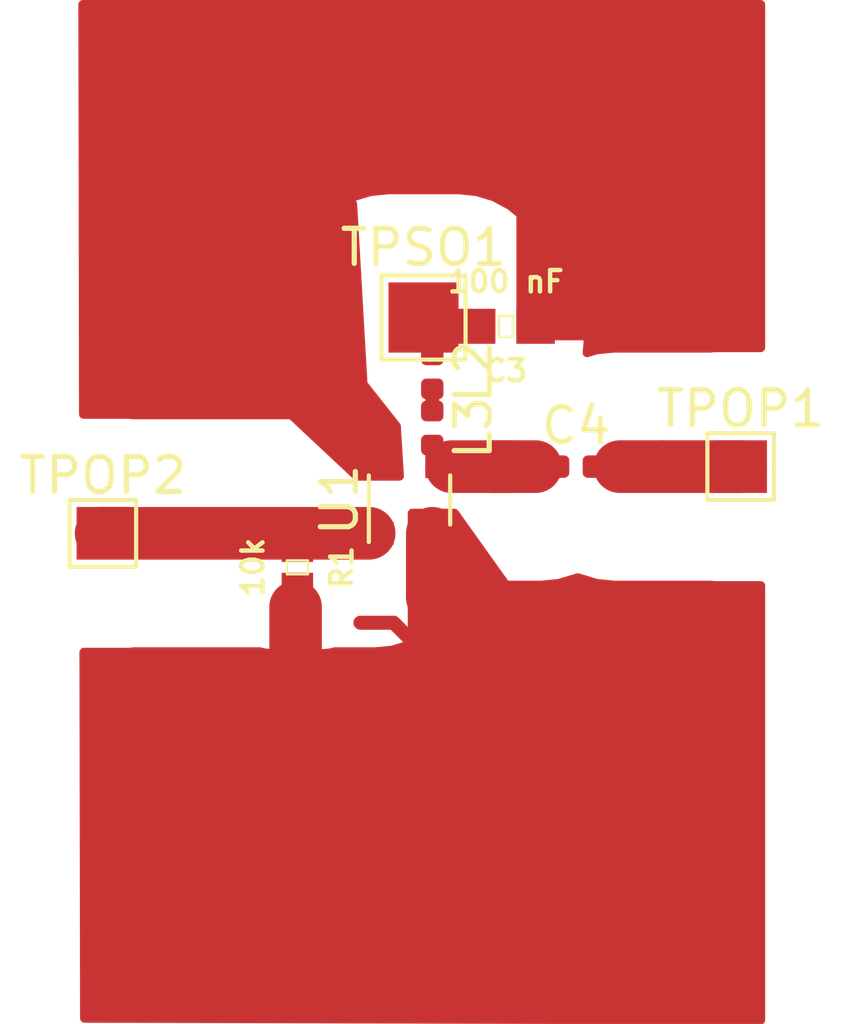
<source format=kicad_pcb>
(kicad_pcb (version 20171130) (host pcbnew 5.1.5+dfsg1-2~bpo9+1)

  (general
    (thickness 1.6)
    (drawings 0)
    (tracks 23)
    (zones 0)
    (modules 9)
    (nets 7)
  )

  (page A4)
  (layers
    (0 F.Cu signal)
    (31 B.Cu signal)
    (32 B.Adhes user)
    (33 F.Adhes user)
    (34 B.Paste user)
    (35 F.Paste user)
    (36 B.SilkS user)
    (37 F.SilkS user)
    (38 B.Mask user)
    (39 F.Mask user)
    (40 Dwgs.User user)
    (41 Cmts.User user)
    (42 Eco1.User user)
    (43 Eco2.User user)
    (44 Edge.Cuts user)
    (45 Margin user)
    (46 B.CrtYd user)
    (47 F.CrtYd user)
    (48 B.Fab user)
    (49 F.Fab user)
  )

  (setup
    (last_trace_width 1.5)
    (user_trace_width 0.4)
    (user_trace_width 1.5)
    (trace_clearance 0.2)
    (zone_clearance 2.5)
    (zone_45_only no)
    (trace_min 0.2)
    (via_size 0.8)
    (via_drill 0.4)
    (via_min_size 0.4)
    (via_min_drill 0.3)
    (uvia_size 0.3)
    (uvia_drill 0.1)
    (uvias_allowed no)
    (uvia_min_size 0.2)
    (uvia_min_drill 0.1)
    (edge_width 0.05)
    (segment_width 0.2)
    (pcb_text_width 0.3)
    (pcb_text_size 1.5 1.5)
    (mod_edge_width 0.12)
    (mod_text_size 1 1)
    (mod_text_width 0.15)
    (pad_size 1.524 1.524)
    (pad_drill 0.762)
    (pad_to_mask_clearance 0.051)
    (solder_mask_min_width 0.25)
    (aux_axis_origin 141 91.3)
    (grid_origin 141 91.3)
    (visible_elements FFFFFF7F)
    (pcbplotparams
      (layerselection 0x00000_7fffffff)
      (usegerberextensions false)
      (usegerberattributes false)
      (usegerberadvancedattributes false)
      (creategerberjobfile false)
      (excludeedgelayer true)
      (linewidth 0.020000)
      (plotframeref false)
      (viasonmask false)
      (mode 1)
      (useauxorigin true)
      (hpglpennumber 1)
      (hpglpenspeed 20)
      (hpglpendiameter 15.000000)
      (psnegative false)
      (psa4output false)
      (plotreference true)
      (plotvalue true)
      (plotinvisibletext false)
      (padsonsilk false)
      (subtractmaskfromsilk false)
      (outputformat 1)
      (mirror false)
      (drillshape 0)
      (scaleselection 1)
      (outputdirectory ""))
  )

  (net 0 "")
  (net 1 nsource)
  (net 2 GND)
  (net 3 "Net-(C4-Pad2)")
  (net 4 "Net-(C4-Pad1)")
  (net 5 "Net-(L2-Pad2)")
  (net 6 "Net-(R1-Pad1)")

  (net_class Default "This is the default net class."
    (clearance 0.2)
    (trace_width 0.25)
    (via_dia 0.8)
    (via_drill 0.4)
    (uvia_dia 0.3)
    (uvia_drill 0.1)
    (add_net GND)
    (add_net "Net-(C4-Pad1)")
    (add_net "Net-(C4-Pad2)")
    (add_net "Net-(L2-Pad2)")
    (add_net "Net-(R1-Pad1)")
    (add_net nsource)
  )

  (module TestPoint:TestPoint_Pad_1.5x1.5mm (layer F.Cu) (tedit 5A0F774F) (tstamp 5F303179)
    (at 141.6 106.5)
    (descr "SMD rectangular pad as test Point, square 1.5mm side length")
    (tags "test point SMD pad rectangle square")
    (path /5F97D0D2)
    (attr virtual)
    (fp_text reference TPOP2 (at 0 -1.648) (layer F.SilkS)
      (effects (font (size 1 1) (thickness 0.15)))
    )
    (fp_text value Voutput (at 0 1.75) (layer F.Fab)
      (effects (font (size 1 1) (thickness 0.15)))
    )
    (fp_line (start 1.25 1.25) (end -1.25 1.25) (layer F.CrtYd) (width 0.05))
    (fp_line (start 1.25 1.25) (end 1.25 -1.25) (layer F.CrtYd) (width 0.05))
    (fp_line (start -1.25 -1.25) (end -1.25 1.25) (layer F.CrtYd) (width 0.05))
    (fp_line (start -1.25 -1.25) (end 1.25 -1.25) (layer F.CrtYd) (width 0.05))
    (fp_line (start -0.95 0.95) (end -0.95 -0.95) (layer F.SilkS) (width 0.12))
    (fp_line (start 0.95 0.95) (end -0.95 0.95) (layer F.SilkS) (width 0.12))
    (fp_line (start 0.95 -0.95) (end 0.95 0.95) (layer F.SilkS) (width 0.12))
    (fp_line (start -0.95 -0.95) (end 0.95 -0.95) (layer F.SilkS) (width 0.12))
    (fp_text user %R (at 0 -1.65) (layer F.Fab)
      (effects (font (size 1 1) (thickness 0.15)))
    )
    (pad 1 smd rect (at 0 0) (size 1.5 1.5) (layers F.Cu F.Mask)
      (net 6 "Net-(R1-Pad1)"))
  )

  (module Capacitors:0402 (layer F.Cu) (tedit 200000) (tstamp 5F2E2EB5)
    (at 147.15 107.47088 270)
    (descr "GENERIC 1005 (0402) PACKAGE")
    (tags "GENERIC 1005 (0402) PACKAGE")
    (path /5F960EE5)
    (attr smd)
    (fp_text reference R1 (at 0 -1.27 90) (layer F.SilkS)
      (effects (font (size 0.6096 0.6096) (thickness 0.127)))
    )
    (fp_text value 10k (at 0 1.27 90) (layer F.SilkS)
      (effects (font (size 0.6096 0.6096) (thickness 0.127)))
    )
    (fp_line (start -1.19888 0.6477) (end -1.19888 -0.6477) (layer F.CrtYd) (width 0.0508))
    (fp_line (start 1.19888 0.6477) (end -1.19888 0.6477) (layer F.CrtYd) (width 0.0508))
    (fp_line (start 1.19888 -0.6477) (end 1.19888 0.6477) (layer F.CrtYd) (width 0.0508))
    (fp_line (start -1.19888 -0.6477) (end 1.19888 -0.6477) (layer F.CrtYd) (width 0.0508))
    (fp_line (start 0.26924 0.2286) (end -0.26924 0.2286) (layer Dwgs.User) (width 0.1524))
    (fp_line (start -0.26924 -0.2286) (end 0.26924 -0.2286) (layer Dwgs.User) (width 0.1524))
    (fp_line (start -0.19812 0.29972) (end -0.19812 -0.29972) (layer F.SilkS) (width 0.06604))
    (fp_line (start -0.19812 -0.29972) (end 0.19812 -0.29972) (layer F.SilkS) (width 0.06604))
    (fp_line (start 0.19812 0.29972) (end 0.19812 -0.29972) (layer F.SilkS) (width 0.06604))
    (fp_line (start -0.19812 0.29972) (end 0.19812 0.29972) (layer F.SilkS) (width 0.06604))
    (fp_line (start 0.25654 0.3048) (end 0.25654 -0.3048) (layer Dwgs.User) (width 0.06604))
    (fp_line (start 0.25654 -0.3048) (end 0.5588 -0.3048) (layer Dwgs.User) (width 0.06604))
    (fp_line (start 0.5588 0.3048) (end 0.5588 -0.3048) (layer Dwgs.User) (width 0.06604))
    (fp_line (start 0.25654 0.3048) (end 0.5588 0.3048) (layer Dwgs.User) (width 0.06604))
    (fp_line (start -0.55372 0.3048) (end -0.55372 -0.3048) (layer Dwgs.User) (width 0.06604))
    (fp_line (start -0.55372 -0.3048) (end -0.254 -0.3048) (layer Dwgs.User) (width 0.06604))
    (fp_line (start -0.254 0.3048) (end -0.254 -0.3048) (layer Dwgs.User) (width 0.06604))
    (fp_line (start -0.55372 0.3048) (end -0.254 0.3048) (layer Dwgs.User) (width 0.06604))
    (pad 2 smd rect (at 0.57912 0 270) (size 0.84836 0.89916) (layers F.Cu F.Paste F.Mask)
      (net 2 GND) (solder_mask_margin 0.1016))
    (pad 1 smd rect (at -0.57912 0 270) (size 0.84836 0.89916) (layers F.Cu F.Paste F.Mask)
      (net 6 "Net-(R1-Pad1)") (solder_mask_margin 0.1016))
  )

  (module Capacitors:0603 (layer F.Cu) (tedit 596180EF) (tstamp 5F2E2E55)
    (at 153.1 100.6 180)
    (descr "GENERIC 1608 (0603) PACKAGE")
    (tags "GENERIC 1608 (0603) PACKAGE")
    (path /5EE4533B)
    (attr smd)
    (fp_text reference C3 (at 0 -1.27) (layer F.SilkS)
      (effects (font (size 0.6096 0.6096) (thickness 0.127)))
    )
    (fp_text value "100 nF" (at 0 1.27) (layer F.SilkS)
      (effects (font (size 0.6096 0.6096) (thickness 0.127)))
    )
    (fp_line (start -0.3556 0.41656) (end 0.3556 0.41656) (layer Dwgs.User) (width 0.1016))
    (fp_line (start -0.3556 -0.4318) (end 0.3556 -0.4318) (layer Dwgs.User) (width 0.1016))
    (fp_line (start -1.59766 0.6985) (end -1.59766 -0.6985) (layer F.CrtYd) (width 0.0508))
    (fp_line (start 1.59766 0.6985) (end -1.59766 0.6985) (layer F.CrtYd) (width 0.0508))
    (fp_line (start 1.59766 -0.6985) (end 1.59766 0.6985) (layer F.CrtYd) (width 0.0508))
    (fp_line (start -1.59766 -0.6985) (end 1.59766 -0.6985) (layer F.CrtYd) (width 0.0508))
    (fp_line (start -0.19812 0.29972) (end -0.19812 -0.29972) (layer F.SilkS) (width 0.06604))
    (fp_line (start -0.19812 -0.29972) (end 0.19812 -0.29972) (layer F.SilkS) (width 0.06604))
    (fp_line (start 0.19812 0.29972) (end 0.19812 -0.29972) (layer F.SilkS) (width 0.06604))
    (fp_line (start -0.19812 0.29972) (end 0.19812 0.29972) (layer F.SilkS) (width 0.06604))
    (fp_line (start 0.3302 0.4699) (end 0.3302 -0.48006) (layer Dwgs.User) (width 0.06604))
    (fp_line (start 0.3302 -0.48006) (end 0.82804 -0.48006) (layer Dwgs.User) (width 0.06604))
    (fp_line (start 0.82804 0.4699) (end 0.82804 -0.48006) (layer Dwgs.User) (width 0.06604))
    (fp_line (start 0.3302 0.4699) (end 0.82804 0.4699) (layer Dwgs.User) (width 0.06604))
    (fp_line (start -0.8382 0.4699) (end -0.8382 -0.48006) (layer Dwgs.User) (width 0.06604))
    (fp_line (start -0.8382 -0.48006) (end -0.33782 -0.48006) (layer Dwgs.User) (width 0.06604))
    (fp_line (start -0.33782 0.4699) (end -0.33782 -0.48006) (layer Dwgs.User) (width 0.06604))
    (fp_line (start -0.8382 0.4699) (end -0.33782 0.4699) (layer Dwgs.User) (width 0.06604))
    (pad 2 smd rect (at 0.84836 0 180) (size 1.09982 0.99822) (layers F.Cu F.Paste F.Mask)
      (net 1 nsource) (solder_mask_margin 0.1016))
    (pad 1 smd rect (at -0.84836 0 180) (size 1.09982 0.99822) (layers F.Cu F.Paste F.Mask)
      (net 2 GND) (solder_mask_margin 0.1016))
  )

  (module Package_TO_SOT_SMD:SOT-343_SC-70-4 (layer F.Cu) (tedit 5A02FF57) (tstamp 5F2E2EF3)
    (at 150.35 105.55 90)
    (descr "SOT-343, SC-70-4")
    (tags "SOT-343 SC-70-4")
    (path /5EF9F4AC)
    (attr smd)
    (fp_text reference U1 (at 0 -2 90) (layer F.SilkS)
      (effects (font (size 1 1) (thickness 0.15)))
    )
    (fp_text value BFP620 (at 0 2 270) (layer F.Fab)
      (effects (font (size 1 1) (thickness 0.15)))
    )
    (fp_line (start -0.175 -1.1) (end -0.675 -0.6) (layer F.Fab) (width 0.1))
    (fp_line (start 0.675 1.1) (end -0.675 1.1) (layer F.Fab) (width 0.1))
    (fp_line (start 0.675 -1.1) (end 0.675 1.1) (layer F.Fab) (width 0.1))
    (fp_line (start -1.6 1.4) (end 1.6 1.4) (layer F.CrtYd) (width 0.05))
    (fp_line (start -0.675 -0.6) (end -0.675 1.1) (layer F.Fab) (width 0.1))
    (fp_line (start 0.675 -1.1) (end -0.175 -1.1) (layer F.Fab) (width 0.1))
    (fp_line (start -1.6 -1.4) (end 1.6 -1.4) (layer F.CrtYd) (width 0.05))
    (fp_line (start -1.6 -1.4) (end -1.6 1.4) (layer F.CrtYd) (width 0.05))
    (fp_line (start 1.6 1.4) (end 1.6 -1.4) (layer F.CrtYd) (width 0.05))
    (fp_line (start -0.7 1.16) (end 0.7 1.16) (layer F.SilkS) (width 0.12))
    (fp_line (start 0.7 -1.16) (end -1.2 -1.16) (layer F.SilkS) (width 0.12))
    (fp_text user %R (at 0 0) (layer F.Fab)
      (effects (font (size 0.5 0.5) (thickness 0.075)))
    )
    (pad 4 smd rect (at 0.95 -0.65 90) (size 0.65 0.4) (layers F.Cu F.Paste F.Mask)
      (net 2 GND))
    (pad 3 smd rect (at 0.95 0.65 90) (size 0.65 0.4) (layers F.Cu F.Paste F.Mask)
      (net 4 "Net-(C4-Pad1)"))
    (pad 2 smd rect (at -0.95 0.65 90) (size 0.65 0.4) (layers F.Cu F.Paste F.Mask)
      (net 2 GND))
    (pad 1 smd rect (at -0.95 -0.65 90) (size 0.65 0.4) (layers F.Cu F.Paste F.Mask)
      (net 6 "Net-(R1-Pad1)"))
    (model ${KISYS3DMOD}/Package_TO_SOT_SMD.3dshapes/SOT-343_SC-70-4.wrl
      (at (xyz 0 0 0))
      (scale (xyz 1 1 1))
      (rotate (xyz 0 0 0))
    )
  )

  (module TestPoint:TestPoint_Pad_2.0x2.0mm (layer F.Cu) (tedit 5A0F774F) (tstamp 5F2E2ED1)
    (at 150.75 100.35)
    (descr "SMD rectangular pad as test Point, square 2.0mm side length")
    (tags "test point SMD pad rectangle square")
    (path /5EE45334)
    (attr virtual)
    (fp_text reference TPSO1 (at 0 -1.998) (layer F.SilkS)
      (effects (font (size 1 1) (thickness 0.15)))
    )
    (fp_text value Vsource (at 0 2.05) (layer F.Fab)
      (effects (font (size 1 1) (thickness 0.15)))
    )
    (fp_line (start 1.5 1.5) (end -1.5 1.5) (layer F.CrtYd) (width 0.05))
    (fp_line (start 1.5 1.5) (end 1.5 -1.5) (layer F.CrtYd) (width 0.05))
    (fp_line (start -1.5 -1.5) (end -1.5 1.5) (layer F.CrtYd) (width 0.05))
    (fp_line (start -1.5 -1.5) (end 1.5 -1.5) (layer F.CrtYd) (width 0.05))
    (fp_line (start -1.2 1.2) (end -1.2 -1.2) (layer F.SilkS) (width 0.12))
    (fp_line (start 1.2 1.2) (end -1.2 1.2) (layer F.SilkS) (width 0.12))
    (fp_line (start 1.2 -1.2) (end 1.2 1.2) (layer F.SilkS) (width 0.12))
    (fp_line (start -1.2 -1.2) (end 1.2 -1.2) (layer F.SilkS) (width 0.12))
    (fp_text user %R (at 0 -2) (layer F.Fab)
      (effects (font (size 1 1) (thickness 0.15)))
    )
    (pad 1 smd rect (at 0 0) (size 2 2) (layers F.Cu F.Mask)
      (net 1 nsource))
  )

  (module TestPoint:TestPoint_Pad_1.5x1.5mm (layer F.Cu) (tedit 5A0F774F) (tstamp 5F2E2EC3)
    (at 159.8 104.6)
    (descr "SMD rectangular pad as test Point, square 1.5mm side length")
    (tags "test point SMD pad rectangle square")
    (path /5EE35A86)
    (attr virtual)
    (fp_text reference TPOP1 (at 0 -1.648) (layer F.SilkS)
      (effects (font (size 1 1) (thickness 0.15)))
    )
    (fp_text value Voutput (at 0 1.75) (layer F.Fab)
      (effects (font (size 1 1) (thickness 0.15)))
    )
    (fp_line (start 1.25 1.25) (end -1.25 1.25) (layer F.CrtYd) (width 0.05))
    (fp_line (start 1.25 1.25) (end 1.25 -1.25) (layer F.CrtYd) (width 0.05))
    (fp_line (start -1.25 -1.25) (end -1.25 1.25) (layer F.CrtYd) (width 0.05))
    (fp_line (start -1.25 -1.25) (end 1.25 -1.25) (layer F.CrtYd) (width 0.05))
    (fp_line (start -0.95 0.95) (end -0.95 -0.95) (layer F.SilkS) (width 0.12))
    (fp_line (start 0.95 0.95) (end -0.95 0.95) (layer F.SilkS) (width 0.12))
    (fp_line (start 0.95 -0.95) (end 0.95 0.95) (layer F.SilkS) (width 0.12))
    (fp_line (start -0.95 -0.95) (end 0.95 -0.95) (layer F.SilkS) (width 0.12))
    (fp_text user %R (at 0 -1.65) (layer F.Fab)
      (effects (font (size 1 1) (thickness 0.15)))
    )
    (pad 1 smd rect (at 0 0) (size 1.5 1.5) (layers F.Cu F.Mask)
      (net 3 "Net-(C4-Pad2)"))
  )

  (module Resistor_SMD:R_0402_1005Metric (layer F.Cu) (tedit 5B301BBD) (tstamp 5F2E2E9D)
    (at 150.9989 103.5 270)
    (descr "Resistor SMD 0402 (1005 Metric), square (rectangular) end terminal, IPC_7351 nominal, (Body size source: http://www.tortai-tech.com/upload/download/2011102023233369053.pdf), generated with kicad-footprint-generator")
    (tags resistor)
    (path /5EE07869)
    (attr smd)
    (fp_text reference L3 (at 0 -1.17 90) (layer F.SilkS)
      (effects (font (size 1 1) (thickness 0.15)))
    )
    (fp_text value "220 nH" (at 0 1.17 90) (layer F.Fab)
      (effects (font (size 1 1) (thickness 0.15)))
    )
    (fp_text user %R (at 0 0 90) (layer F.Fab)
      (effects (font (size 0.25 0.25) (thickness 0.04)))
    )
    (fp_line (start 0.93 0.47) (end -0.93 0.47) (layer F.CrtYd) (width 0.05))
    (fp_line (start 0.93 -0.47) (end 0.93 0.47) (layer F.CrtYd) (width 0.05))
    (fp_line (start -0.93 -0.47) (end 0.93 -0.47) (layer F.CrtYd) (width 0.05))
    (fp_line (start -0.93 0.47) (end -0.93 -0.47) (layer F.CrtYd) (width 0.05))
    (fp_line (start 0.5 0.25) (end -0.5 0.25) (layer F.Fab) (width 0.1))
    (fp_line (start 0.5 -0.25) (end 0.5 0.25) (layer F.Fab) (width 0.1))
    (fp_line (start -0.5 -0.25) (end 0.5 -0.25) (layer F.Fab) (width 0.1))
    (fp_line (start -0.5 0.25) (end -0.5 -0.25) (layer F.Fab) (width 0.1))
    (pad 2 smd roundrect (at 0.485 0 270) (size 0.59 0.64) (layers F.Cu F.Paste F.Mask) (roundrect_rratio 0.25)
      (net 4 "Net-(C4-Pad1)"))
    (pad 1 smd roundrect (at -0.485 0 270) (size 0.59 0.64) (layers F.Cu F.Paste F.Mask) (roundrect_rratio 0.25)
      (net 5 "Net-(L2-Pad2)"))
    (model ${KISYS3DMOD}/Resistor_SMD.3dshapes/R_0402_1005Metric.wrl
      (at (xyz 0 0 0))
      (scale (xyz 1 1 1))
      (rotate (xyz 0 0 0))
    )
  )

  (module Resistor_SMD:R_0402_1005Metric (layer F.Cu) (tedit 5B301BBD) (tstamp 5F2E2E8E)
    (at 151 101.9 270)
    (descr "Resistor SMD 0402 (1005 Metric), square (rectangular) end terminal, IPC_7351 nominal, (Body size source: http://www.tortai-tech.com/upload/download/2011102023233369053.pdf), generated with kicad-footprint-generator")
    (tags resistor)
    (path /5EE08A1B)
    (attr smd)
    (fp_text reference L2 (at 0 -1.17 90) (layer F.SilkS)
      (effects (font (size 1 1) (thickness 0.15)))
    )
    (fp_text value "220 nH" (at 0 1.17 90) (layer F.Fab)
      (effects (font (size 1 1) (thickness 0.15)))
    )
    (fp_text user %R (at 0 0 90) (layer F.Fab)
      (effects (font (size 0.25 0.25) (thickness 0.04)))
    )
    (fp_line (start 0.93 0.47) (end -0.93 0.47) (layer F.CrtYd) (width 0.05))
    (fp_line (start 0.93 -0.47) (end 0.93 0.47) (layer F.CrtYd) (width 0.05))
    (fp_line (start -0.93 -0.47) (end 0.93 -0.47) (layer F.CrtYd) (width 0.05))
    (fp_line (start -0.93 0.47) (end -0.93 -0.47) (layer F.CrtYd) (width 0.05))
    (fp_line (start 0.5 0.25) (end -0.5 0.25) (layer F.Fab) (width 0.1))
    (fp_line (start 0.5 -0.25) (end 0.5 0.25) (layer F.Fab) (width 0.1))
    (fp_line (start -0.5 -0.25) (end 0.5 -0.25) (layer F.Fab) (width 0.1))
    (fp_line (start -0.5 0.25) (end -0.5 -0.25) (layer F.Fab) (width 0.1))
    (pad 2 smd roundrect (at 0.485 0 270) (size 0.59 0.64) (layers F.Cu F.Paste F.Mask) (roundrect_rratio 0.25)
      (net 5 "Net-(L2-Pad2)"))
    (pad 1 smd roundrect (at -0.485 0 270) (size 0.59 0.64) (layers F.Cu F.Paste F.Mask) (roundrect_rratio 0.25)
      (net 1 nsource))
    (model ${KISYS3DMOD}/Resistor_SMD.3dshapes/R_0402_1005Metric.wrl
      (at (xyz 0 0 0))
      (scale (xyz 1 1 1))
      (rotate (xyz 0 0 0))
    )
  )

  (module Capacitor_SMD:C_0402_1005Metric (layer F.Cu) (tedit 5B301BBE) (tstamp 5F2E2E64)
    (at 155.1 104.6)
    (descr "Capacitor SMD 0402 (1005 Metric), square (rectangular) end terminal, IPC_7351 nominal, (Body size source: http://www.tortai-tech.com/upload/download/2011102023233369053.pdf), generated with kicad-footprint-generator")
    (tags capacitor)
    (path /5EE408DC)
    (attr smd)
    (fp_text reference C4 (at 0 -1.17) (layer F.SilkS)
      (effects (font (size 1 1) (thickness 0.15)))
    )
    (fp_text value "10 pF" (at 0 1.17) (layer F.Fab)
      (effects (font (size 1 1) (thickness 0.15)))
    )
    (fp_text user %R (at 0 0) (layer F.Fab)
      (effects (font (size 0.25 0.25) (thickness 0.04)))
    )
    (fp_line (start 0.93 0.47) (end -0.93 0.47) (layer F.CrtYd) (width 0.05))
    (fp_line (start 0.93 -0.47) (end 0.93 0.47) (layer F.CrtYd) (width 0.05))
    (fp_line (start -0.93 -0.47) (end 0.93 -0.47) (layer F.CrtYd) (width 0.05))
    (fp_line (start -0.93 0.47) (end -0.93 -0.47) (layer F.CrtYd) (width 0.05))
    (fp_line (start 0.5 0.25) (end -0.5 0.25) (layer F.Fab) (width 0.1))
    (fp_line (start 0.5 -0.25) (end 0.5 0.25) (layer F.Fab) (width 0.1))
    (fp_line (start -0.5 -0.25) (end 0.5 -0.25) (layer F.Fab) (width 0.1))
    (fp_line (start -0.5 0.25) (end -0.5 -0.25) (layer F.Fab) (width 0.1))
    (pad 2 smd roundrect (at 0.485 0) (size 0.59 0.64) (layers F.Cu F.Paste F.Mask) (roundrect_rratio 0.25)
      (net 3 "Net-(C4-Pad2)"))
    (pad 1 smd roundrect (at -0.485 0) (size 0.59 0.64) (layers F.Cu F.Paste F.Mask) (roundrect_rratio 0.25)
      (net 4 "Net-(C4-Pad1)"))
    (model ${KISYS3DMOD}/Capacitor_SMD.3dshapes/C_0402_1005Metric.wrl
      (at (xyz 0 0 0))
      (scale (xyz 1 1 1))
      (rotate (xyz 0 0 0))
    )
  )

  (segment (start 144.05 102.9) (end 143.9 102.75) (width 0.4) (layer F.Cu) (net 2))
  (segment (start 143.9 102.75) (end 143.9 99.5) (width 0.4) (layer F.Cu) (net 2))
  (segment (start 143.9 99.5) (end 148.6 94.8) (width 0.4) (layer F.Cu) (net 2))
  (segment (start 145.35 116.7) (end 145.8 116.7) (width 0.4) (layer F.Cu) (net 2))
  (segment (start 148.94836 109.05) (end 149.89827 109.05) (width 0.4) (layer F.Cu) (net 2))
  (segment (start 151 108.325) (end 155.5 112.825) (width 1.5) (layer F.Cu) (net 2))
  (segment (start 151 106.5) (end 151 108.325) (width 1.5) (layer F.Cu) (net 2))
  (segment (start 159.8 104.6) (end 157.55 104.6) (width 1.5) (layer F.Cu) (net 3))
  (segment (start 157.55 104.6) (end 156.35 104.6) (width 1.5) (layer F.Cu) (net 3))
  (segment (start 151.55 104.6) (end 153.25 104.6) (width 1.5) (layer F.Cu) (net 4))
  (segment (start 152.7 104.6) (end 153.95 104.6) (width 1.5) (layer F.Cu) (net 4))
  (segment (start 141.55 106.5) (end 149.2 106.5) (width 1.5) (layer F.Cu) (net 6))
  (segment (start 151 103.0139) (end 150.9989 103.015) (width 0.4) (layer F.Cu) (net 5))
  (segment (start 151 102.385) (end 151 103.0139) (width 0.4) (layer F.Cu) (net 5))
  (segment (start 147.25164 108.15164) (end 147.15 108.05) (width 0.4) (layer F.Cu) (net 2))
  (segment (start 147.25 109.05164) (end 147.25164 109.05) (width 0.4) (layer F.Cu) (net 2))
  (segment (start 152.074135 111.225865) (end 147.474135 111.225865) (width 1.5) (layer F.Cu) (net 2))
  (segment (start 149.89827 109.05) (end 152.074135 111.225865) (width 0.4) (layer F.Cu) (net 2))
  (segment (start 152.074135 111.225865) (end 154.24827 113.4) (width 0.4) (layer F.Cu) (net 2))
  (segment (start 147.1 110.85173) (end 147.1 108.6) (width 1.5) (layer F.Cu) (net 2))
  (segment (start 147.474135 111.225865) (end 147.1 110.85173) (width 1.5) (layer F.Cu) (net 2))
  (segment (start 147.1 108.6) (end 147.25164 108.15164) (width 0.4) (layer F.Cu) (net 2))
  (segment (start 147.25164 109.05) (end 147.1 108.6) (width 0.4) (layer F.Cu) (net 2))

  (zone (net 2) (net_name GND) (layer F.Cu) (tstamp 0) (hatch edge 0.508)
    (connect_pads yes (clearance 2.5))
    (min_thickness 0.254)
    (fill yes (arc_segments 32) (thermal_gap 0.508) (thermal_bridge_width 0.508))
    (polygon
      (pts
        (xy 160.5 120.5) (xy 140.95 120.45) (xy 140.9 91.3) (xy 160.5 91.3)
      )
    )
    (filled_polygon
      (pts
        (xy 155.687992 107.928137) (xy 156.184107 107.977) (xy 158.920952 107.977) (xy 159.05 107.98971) (xy 160.373 107.98971)
        (xy 160.373 120.372674) (xy 141.076783 120.323323) (xy 141.058887 109.88971) (xy 142.35 109.88971) (xy 142.479048 109.877)
        (xy 146.093369 109.877) (xy 146.185438 109.904929) (xy 146.70042 109.95565) (xy 147.59958 109.95565) (xy 148.114562 109.904929)
        (xy 148.206631 109.877) (xy 149.365893 109.877) (xy 149.862008 109.828137) (xy 150.498575 109.635036) (xy 151.085238 109.321458)
        (xy 151.599453 108.899453) (xy 152.021458 108.385238) (xy 152.028017 108.372967) (xy 152.094839 108.291544) (xy 152.262966 107.977)
        (xy 154.115893 107.977) (xy 154.612008 107.928137) (xy 155.15 107.764938)
      )
    )
    (filled_polygon
      (pts
        (xy 160.373 101.21029) (xy 159.05 101.21029) (xy 158.920952 101.223) (xy 156.184107 101.223) (xy 155.687992 101.271863)
        (xy 155.416123 101.354334) (xy 155.44126 101.09911) (xy 155.44126 100.10089) (xy 155.390539 99.585908) (xy 155.240324 99.090717)
        (xy 154.996389 98.634346) (xy 154.668107 98.234333) (xy 154.268094 97.906051) (xy 153.811723 97.662116) (xy 153.747103 97.642514)
        (xy 153.616557 97.483443) (xy 153.216544 97.155161) (xy 152.760173 96.911226) (xy 152.264982 96.761011) (xy 151.75 96.71029)
        (xy 149.75 96.71029) (xy 149.235018 96.761011) (xy 148.739827 96.911226) (xy 148.283456 97.155161) (xy 147.883443 97.483443)
        (xy 147.555161 97.883456) (xy 147.311226 98.339827) (xy 147.161011 98.835018) (xy 147.11029 99.35) (xy 147.11029 101.35)
        (xy 147.161011 101.864982) (xy 147.311226 102.360173) (xy 147.555161 102.816544) (xy 147.806663 103.123) (xy 142.479048 103.123)
        (xy 142.35 103.11029) (xy 141.047258 103.11029) (xy 141.027218 91.427) (xy 160.373 91.427)
      )
    )
  )
  (zone (net 2) (net_name GND) (layer F.Cu) (tstamp 5F2E4AFB) (hatch edge 0.508)
    (connect_pads yes (clearance 0.1))
    (min_thickness 0.254)
    (fill yes (arc_segments 32) (thermal_gap 0.508) (thermal_bridge_width 0.508))
    (polygon
      (pts
        (xy 148.85 97) (xy 149.15 102.2) (xy 150.1 103.4) (xy 150.2 105) (xy 148.8 105)
        (xy 142.6 99.2) (xy 146.1 96.6)
      )
    )
    (filled_polygon
      (pts
        (xy 148.729179 97.110762) (xy 149.023211 102.207315) (xy 149.027074 102.23191) (xy 149.035661 102.255278) (xy 149.050426 102.278829)
        (xy 149.975729 103.447633) (xy 150.064814 104.873) (xy 148.850143 104.873) (xy 142.797883 99.211208) (xy 146.133627 96.733227)
      )
    )
  )
  (zone (net 2) (net_name GND) (layer F.Cu) (tstamp 5F2E4AFA) (hatch edge 0.508)
    (connect_pads yes (clearance 0.1))
    (min_thickness 0.254)
    (fill yes (arc_segments 32) (thermal_gap 0.508) (thermal_bridge_width 0.508))
    (polygon
      (pts
        (xy 159 101) (xy 153.4 101) (xy 153.4 96.5) (xy 159 96.4)
      )
    )
    (filled_polygon
      (pts
        (xy 158.873 100.873) (xy 153.527 100.873) (xy 153.527 96.624753) (xy 158.873 96.529288)
      )
    )
  )
  (zone (net 2) (net_name GND) (layer F.Cu) (tstamp 0) (hatch edge 0.508)
    (connect_pads yes (clearance 0))
    (min_thickness 0.254)
    (fill yes (arc_segments 32) (thermal_gap 0.508) (thermal_bridge_width 0.508))
    (polygon
      (pts
        (xy 153.7 108.6) (xy 150.3 110.1) (xy 150.3 105.8) (xy 151.7 105.8)
      )
    )
    (filled_polygon
      (pts
        (xy 153.505934 108.546807) (xy 150.427 109.90516) (xy 150.427 105.927) (xy 151.634644 105.927)
      )
    )
  )
)

</source>
